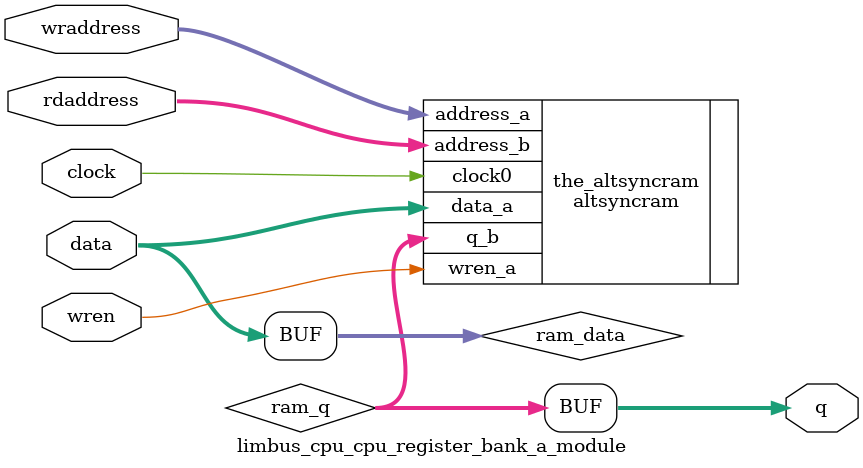
<source format=v>
module limbus_cpu_cpu_register_bank_a_module (
                                               // inputs:
                                                clock,
                                                data,
                                                rdaddress,
                                                wraddress,
                                                wren,
                                               // outputs:
                                                q
                                             )
;
  parameter lpm_file = "UNUSED";
  output  [ 31: 0] q;
  input            clock;
  input   [ 31: 0] data;
  input   [  4: 0] rdaddress;
  input   [  4: 0] wraddress;
  input            wren;
  wire    [ 31: 0] q;
  wire    [ 31: 0] ram_data;
  wire    [ 31: 0] ram_q;
  assign q = ram_q;
  assign ram_data = data;
  altsyncram the_altsyncram
    (
      .address_a (wraddress),
      .address_b (rdaddress),
      .clock0 (clock),
      .data_a (ram_data),
      .q_b (ram_q),
      .wren_a (wren)
    );
  defparam the_altsyncram.address_reg_b = "CLOCK0",
           the_altsyncram.init_file = lpm_file,
           the_altsyncram.maximum_depth = 0,
           the_altsyncram.numwords_a = 32,
           the_altsyncram.numwords_b = 32,
           the_altsyncram.operation_mode = "DUAL_PORT",
           the_altsyncram.outdata_reg_b = "UNREGISTERED",
           the_altsyncram.ram_block_type = "AUTO",
           the_altsyncram.rdcontrol_reg_b = "CLOCK0",
           the_altsyncram.read_during_write_mode_mixed_ports = "DONT_CARE",
           the_altsyncram.width_a = 32,
           the_altsyncram.width_b = 32,
           the_altsyncram.widthad_a = 5,
           the_altsyncram.widthad_b = 5;
endmodule
</source>
